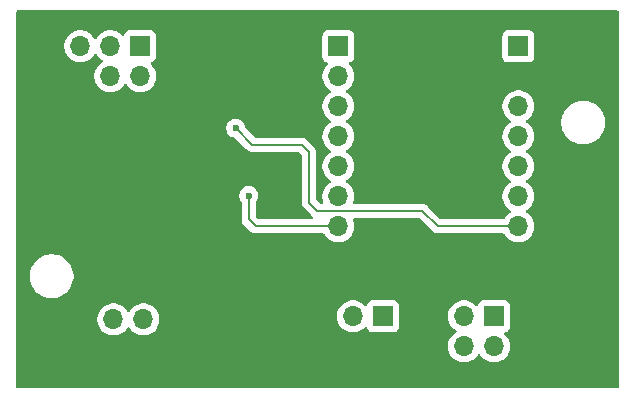
<source format=gbr>
%TF.GenerationSoftware,KiCad,Pcbnew,9.0.0*%
%TF.CreationDate,2025-05-03T14:05:23-04:00*%
%TF.ProjectId,Drone_ESC_Bridge,44726f6e-655f-4455-9343-5f4272696467,v1.1*%
%TF.SameCoordinates,Original*%
%TF.FileFunction,Copper,L2,Bot*%
%TF.FilePolarity,Positive*%
%FSLAX46Y46*%
G04 Gerber Fmt 4.6, Leading zero omitted, Abs format (unit mm)*
G04 Created by KiCad (PCBNEW 9.0.0) date 2025-05-03 14:05:23*
%MOMM*%
%LPD*%
G01*
G04 APERTURE LIST*
%TA.AperFunction,ComponentPad*%
%ADD10R,1.700000X1.700000*%
%TD*%
%TA.AperFunction,ComponentPad*%
%ADD11O,1.700000X1.700000*%
%TD*%
%TA.AperFunction,ViaPad*%
%ADD12C,0.600000*%
%TD*%
%TA.AperFunction,Conductor*%
%ADD13C,0.200000*%
%TD*%
G04 APERTURE END LIST*
D10*
%TO.P,SPI1,1,Pin_1*%
%TO.N,Net-(SPI1-Pin_1)*%
X153175000Y-129625000D03*
D11*
%TO.P,SPI1,2,Pin_2*%
%TO.N,Net-(SPI1-Pin_2)*%
X153175000Y-132165000D03*
%TO.P,SPI1,3,Pin_3*%
%TO.N,Net-(SPI1-Pin_3)*%
X150635000Y-129625000D03*
%TO.P,SPI1,4,Pin_4*%
%TO.N,Net-(SPI1-Pin_4)*%
X150635000Y-132165000D03*
%TD*%
D10*
%TO.P,JETSON_PWR1,1,Pin_1*%
%TO.N,+5V*%
X143775000Y-129625000D03*
D11*
%TO.P,JETSON_PWR1,2,Pin_2*%
%TO.N,GND*%
X143775000Y-132165000D03*
%TO.P,JETSON_PWR1,3,Pin_3*%
%TO.N,+5V*%
X141235000Y-129625000D03*
%TO.P,JETSON_PWR1,4,Pin_4*%
%TO.N,GND*%
X141235000Y-132165000D03*
%TD*%
D10*
%TO.P,VBUCK1,1,Pin_1*%
%TO.N,GND*%
X123495000Y-132419000D03*
D11*
%TO.P,VBUCK1,2,Pin_2*%
X120955000Y-132419000D03*
%TO.P,VBUCK1,3,Pin_3*%
%TO.N,Net-(Q1-S)*%
X123495000Y-129879000D03*
%TO.P,VBUCK1,4,Pin_4*%
X120955000Y-129879000D03*
%TD*%
D10*
%TO.P,ESC_DEBUG1,1,Pin_1*%
%TO.N,Net-(ESC1-Pin_6)*%
X123221000Y-106755000D03*
D11*
%TO.P,ESC_DEBUG1,2,Pin_2*%
%TO.N,Net-(ESC1-Pin_5)*%
X123221000Y-109295000D03*
%TO.P,ESC_DEBUG1,3,Pin_3*%
%TO.N,Net-(ESC1-Pin_8)*%
X120681000Y-106755000D03*
%TO.P,ESC_DEBUG1,4,Pin_4*%
%TO.N,Net-(ESC1-Pin_7)*%
X120681000Y-109295000D03*
%TO.P,ESC_DEBUG1,5,Pin_5*%
%TO.N,Net-(ESC1-Pin_1)*%
X118141000Y-106755000D03*
%TO.P,ESC_DEBUG1,6,Pin_6*%
%TO.N,GND*%
X118141000Y-109295000D03*
%TD*%
D10*
%TO.P,XIAO_L1,1,Pin_1*%
%TO.N,Net-(ESC1-Pin_8)*%
X140000000Y-106760000D03*
D11*
%TO.P,XIAO_L1,2,Pin_2*%
%TO.N,Net-(SPI1-Pin_3)*%
X140000000Y-109300000D03*
%TO.P,XIAO_L1,3,Pin_3*%
%TO.N,Net-(ESC1-Pin_7)*%
X140000000Y-111840000D03*
%TO.P,XIAO_L1,4,Pin_4*%
%TO.N,Net-(ESC1-Pin_6)*%
X140000000Y-114380000D03*
%TO.P,XIAO_L1,5,Pin_5*%
%TO.N,Net-(ESC1-Pin_5)*%
X140000000Y-116920000D03*
%TO.P,XIAO_L1,6,Pin_6*%
%TO.N,Net-(ESC1-Pin_4)*%
X140000000Y-119460000D03*
%TO.P,XIAO_L1,7,Pin_7*%
%TO.N,VSENSE*%
X140000000Y-122000000D03*
%TD*%
D10*
%TO.P,XIAO_R1,1,Pin_1*%
%TO.N,+5V*%
X155240000Y-106760000D03*
D11*
%TO.P,XIAO_R1,2,Pin_2*%
%TO.N,GND*%
X155240000Y-109300000D03*
%TO.P,XIAO_R1,3,Pin_3*%
%TO.N,unconnected-(XIAO_R1-Pin_3-Pad3)*%
X155240000Y-111840000D03*
%TO.P,XIAO_R1,4,Pin_4*%
%TO.N,Net-(SPI1-Pin_4)*%
X155240000Y-114380000D03*
%TO.P,XIAO_R1,5,Pin_5*%
%TO.N,Net-(SPI1-Pin_1)*%
X155240000Y-116920000D03*
%TO.P,XIAO_R1,6,Pin_6*%
%TO.N,Net-(SPI1-Pin_2)*%
X155240000Y-119460000D03*
%TO.P,XIAO_R1,7,Pin_7*%
%TO.N,Net-(XIAO_R1-Pin_7)*%
X155240000Y-122000000D03*
%TD*%
D12*
%TO.N,GND*%
X158600000Y-108700000D03*
X124752000Y-132914000D03*
X124752000Y-131898000D03*
X118500000Y-122800000D03*
X117000000Y-122200000D03*
X133700000Y-133800000D03*
X119672000Y-131898000D03*
X123990000Y-133676000D03*
X119700000Y-122100000D03*
X147100000Y-131500000D03*
X129600000Y-110900000D03*
X137900000Y-131500000D03*
X158600000Y-109500000D03*
X131300000Y-131200000D03*
X122974000Y-133676000D03*
X137900000Y-132400000D03*
X133700000Y-132500000D03*
X118900000Y-122100000D03*
X136300000Y-118500000D03*
X147100000Y-132400000D03*
X138700000Y-132700000D03*
X119672000Y-132914000D03*
X157780000Y-109800000D03*
X133700000Y-131200000D03*
X131300000Y-133800000D03*
X131300000Y-132500000D03*
X130086000Y-117166000D03*
X136300000Y-117800000D03*
X120434000Y-133676000D03*
X118500000Y-123700000D03*
X146300000Y-132700000D03*
X117800000Y-122200000D03*
X121450000Y-133676000D03*
X127800000Y-110900000D03*
%TO.N,VSENSE*%
X132400000Y-119400000D03*
%TO.N,Net-(XIAO_R1-Pin_7)*%
X131300000Y-113700000D03*
%TD*%
D13*
%TO.N,VSENSE*%
X132400000Y-119400000D02*
X132400000Y-121400000D01*
X133000000Y-122000000D02*
X140000000Y-122000000D01*
X132400000Y-121400000D02*
X133000000Y-122000000D01*
%TO.N,Net-(XIAO_R1-Pin_7)*%
X138200000Y-120700000D02*
X147100000Y-120700000D01*
X137500000Y-115700000D02*
X137500000Y-120000000D01*
X137500000Y-120000000D02*
X138200000Y-120700000D01*
X132700000Y-115100000D02*
X136900000Y-115100000D01*
X131300000Y-113700000D02*
X132700000Y-115100000D01*
X147100000Y-120700000D02*
X148400000Y-122000000D01*
X136900000Y-115100000D02*
X137500000Y-115700000D01*
X148400000Y-122000000D02*
X155240000Y-122000000D01*
%TD*%
%TA.AperFunction,Conductor*%
%TO.N,GND*%
G36*
X163672539Y-103738185D02*
G01*
X163718294Y-103790989D01*
X163729500Y-103842500D01*
X163729500Y-135593500D01*
X163709815Y-135660539D01*
X163657011Y-135706294D01*
X163605500Y-135717500D01*
X112854500Y-135717500D01*
X112787461Y-135697815D01*
X112741706Y-135645011D01*
X112730500Y-135593500D01*
X112730500Y-129772713D01*
X119604500Y-129772713D01*
X119604500Y-129985286D01*
X119629544Y-130143412D01*
X119637754Y-130195243D01*
X119682454Y-130332816D01*
X119703444Y-130397414D01*
X119799951Y-130586820D01*
X119924890Y-130758786D01*
X120075213Y-130909109D01*
X120247179Y-131034048D01*
X120247181Y-131034049D01*
X120247184Y-131034051D01*
X120436588Y-131130557D01*
X120638757Y-131196246D01*
X120848713Y-131229500D01*
X120848714Y-131229500D01*
X121061286Y-131229500D01*
X121061287Y-131229500D01*
X121271243Y-131196246D01*
X121473412Y-131130557D01*
X121662816Y-131034051D01*
X121743405Y-130975500D01*
X121834786Y-130909109D01*
X121834788Y-130909106D01*
X121834792Y-130909104D01*
X121985104Y-130758792D01*
X121985106Y-130758788D01*
X121985109Y-130758786D01*
X122110048Y-130586820D01*
X122110047Y-130586820D01*
X122110051Y-130586816D01*
X122114514Y-130578054D01*
X122162488Y-130527259D01*
X122230308Y-130510463D01*
X122296444Y-130532999D01*
X122335486Y-130578056D01*
X122339951Y-130586820D01*
X122464890Y-130758786D01*
X122615213Y-130909109D01*
X122787179Y-131034048D01*
X122787181Y-131034049D01*
X122787184Y-131034051D01*
X122976588Y-131130557D01*
X123178757Y-131196246D01*
X123388713Y-131229500D01*
X123388714Y-131229500D01*
X123601286Y-131229500D01*
X123601287Y-131229500D01*
X123811243Y-131196246D01*
X124013412Y-131130557D01*
X124202816Y-131034051D01*
X124283405Y-130975500D01*
X124374786Y-130909109D01*
X124374788Y-130909106D01*
X124374792Y-130909104D01*
X124525104Y-130758792D01*
X124525106Y-130758788D01*
X124525109Y-130758786D01*
X124650048Y-130586820D01*
X124650047Y-130586820D01*
X124650051Y-130586816D01*
X124746557Y-130397412D01*
X124812246Y-130195243D01*
X124845500Y-129985287D01*
X124845500Y-129772713D01*
X124812246Y-129562757D01*
X124797935Y-129518713D01*
X139884500Y-129518713D01*
X139884500Y-129731286D01*
X139917753Y-129941239D01*
X139983444Y-130143414D01*
X140079951Y-130332820D01*
X140204890Y-130504786D01*
X140355213Y-130655109D01*
X140527179Y-130780048D01*
X140527181Y-130780049D01*
X140527184Y-130780051D01*
X140716588Y-130876557D01*
X140918757Y-130942246D01*
X141128713Y-130975500D01*
X141128714Y-130975500D01*
X141341286Y-130975500D01*
X141341287Y-130975500D01*
X141551243Y-130942246D01*
X141753412Y-130876557D01*
X141942816Y-130780051D01*
X142114792Y-130655104D01*
X142228329Y-130541566D01*
X142289648Y-130508084D01*
X142359340Y-130513068D01*
X142415274Y-130554939D01*
X142432189Y-130585917D01*
X142481202Y-130717328D01*
X142481206Y-130717335D01*
X142567452Y-130832544D01*
X142567455Y-130832547D01*
X142682664Y-130918793D01*
X142682671Y-130918797D01*
X142817517Y-130969091D01*
X142817516Y-130969091D01*
X142824444Y-130969835D01*
X142877127Y-130975500D01*
X144672872Y-130975499D01*
X144732483Y-130969091D01*
X144867331Y-130918796D01*
X144982546Y-130832546D01*
X145068796Y-130717331D01*
X145119091Y-130582483D01*
X145125500Y-130522873D01*
X145125499Y-129518713D01*
X149284500Y-129518713D01*
X149284500Y-129731286D01*
X149317753Y-129941239D01*
X149383444Y-130143414D01*
X149479951Y-130332820D01*
X149604890Y-130504786D01*
X149755213Y-130655109D01*
X149927182Y-130780050D01*
X149935946Y-130784516D01*
X149986742Y-130832491D01*
X150003536Y-130900312D01*
X149980998Y-130966447D01*
X149935946Y-131005484D01*
X149927182Y-131009949D01*
X149755213Y-131134890D01*
X149604890Y-131285213D01*
X149479951Y-131457179D01*
X149383444Y-131646585D01*
X149317753Y-131848760D01*
X149284500Y-132058713D01*
X149284500Y-132271286D01*
X149317753Y-132481239D01*
X149383444Y-132683414D01*
X149479951Y-132872820D01*
X149604890Y-133044786D01*
X149755213Y-133195109D01*
X149927179Y-133320048D01*
X149927181Y-133320049D01*
X149927184Y-133320051D01*
X150116588Y-133416557D01*
X150318757Y-133482246D01*
X150528713Y-133515500D01*
X150528714Y-133515500D01*
X150741286Y-133515500D01*
X150741287Y-133515500D01*
X150951243Y-133482246D01*
X151153412Y-133416557D01*
X151342816Y-133320051D01*
X151364789Y-133304086D01*
X151514786Y-133195109D01*
X151514788Y-133195106D01*
X151514792Y-133195104D01*
X151665104Y-133044792D01*
X151665106Y-133044788D01*
X151665109Y-133044786D01*
X151790048Y-132872820D01*
X151790047Y-132872820D01*
X151790051Y-132872816D01*
X151794514Y-132864054D01*
X151842488Y-132813259D01*
X151910308Y-132796463D01*
X151976444Y-132818999D01*
X152015486Y-132864056D01*
X152019951Y-132872820D01*
X152144890Y-133044786D01*
X152295213Y-133195109D01*
X152467179Y-133320048D01*
X152467181Y-133320049D01*
X152467184Y-133320051D01*
X152656588Y-133416557D01*
X152858757Y-133482246D01*
X153068713Y-133515500D01*
X153068714Y-133515500D01*
X153281286Y-133515500D01*
X153281287Y-133515500D01*
X153491243Y-133482246D01*
X153693412Y-133416557D01*
X153882816Y-133320051D01*
X153904789Y-133304086D01*
X154054786Y-133195109D01*
X154054788Y-133195106D01*
X154054792Y-133195104D01*
X154205104Y-133044792D01*
X154205106Y-133044788D01*
X154205109Y-133044786D01*
X154330048Y-132872820D01*
X154330047Y-132872820D01*
X154330051Y-132872816D01*
X154426557Y-132683412D01*
X154492246Y-132481243D01*
X154525500Y-132271287D01*
X154525500Y-132058713D01*
X154492246Y-131848757D01*
X154426557Y-131646588D01*
X154330051Y-131457184D01*
X154330049Y-131457181D01*
X154330048Y-131457179D01*
X154205109Y-131285213D01*
X154091569Y-131171673D01*
X154058084Y-131110350D01*
X154063068Y-131040658D01*
X154104940Y-130984725D01*
X154135915Y-130967810D01*
X154267331Y-130918796D01*
X154382546Y-130832546D01*
X154468796Y-130717331D01*
X154519091Y-130582483D01*
X154525500Y-130522873D01*
X154525499Y-128727128D01*
X154519091Y-128667517D01*
X154517810Y-128664083D01*
X154468797Y-128532671D01*
X154468793Y-128532664D01*
X154382547Y-128417455D01*
X154382544Y-128417452D01*
X154267335Y-128331206D01*
X154267328Y-128331202D01*
X154132482Y-128280908D01*
X154132483Y-128280908D01*
X154072883Y-128274501D01*
X154072881Y-128274500D01*
X154072873Y-128274500D01*
X154072864Y-128274500D01*
X152277129Y-128274500D01*
X152277123Y-128274501D01*
X152217516Y-128280908D01*
X152082671Y-128331202D01*
X152082664Y-128331206D01*
X151967455Y-128417452D01*
X151967452Y-128417455D01*
X151881206Y-128532664D01*
X151881203Y-128532669D01*
X151832189Y-128664083D01*
X151790317Y-128720016D01*
X151724853Y-128744433D01*
X151656580Y-128729581D01*
X151628326Y-128708430D01*
X151514786Y-128594890D01*
X151342820Y-128469951D01*
X151153414Y-128373444D01*
X151153413Y-128373443D01*
X151153412Y-128373443D01*
X150951243Y-128307754D01*
X150951241Y-128307753D01*
X150951240Y-128307753D01*
X150789957Y-128282208D01*
X150741287Y-128274500D01*
X150528713Y-128274500D01*
X150480042Y-128282208D01*
X150318760Y-128307753D01*
X150116585Y-128373444D01*
X149927179Y-128469951D01*
X149755213Y-128594890D01*
X149604890Y-128745213D01*
X149479951Y-128917179D01*
X149383444Y-129106585D01*
X149317753Y-129308760D01*
X149284500Y-129518713D01*
X145125499Y-129518713D01*
X145125499Y-128727128D01*
X145119091Y-128667517D01*
X145117810Y-128664083D01*
X145068797Y-128532671D01*
X145068793Y-128532664D01*
X144982547Y-128417455D01*
X144982544Y-128417452D01*
X144867335Y-128331206D01*
X144867328Y-128331202D01*
X144732482Y-128280908D01*
X144732483Y-128280908D01*
X144672883Y-128274501D01*
X144672881Y-128274500D01*
X144672873Y-128274500D01*
X144672864Y-128274500D01*
X142877129Y-128274500D01*
X142877123Y-128274501D01*
X142817516Y-128280908D01*
X142682671Y-128331202D01*
X142682664Y-128331206D01*
X142567455Y-128417452D01*
X142567452Y-128417455D01*
X142481206Y-128532664D01*
X142481203Y-128532669D01*
X142432189Y-128664083D01*
X142390317Y-128720016D01*
X142324853Y-128744433D01*
X142256580Y-128729581D01*
X142228326Y-128708430D01*
X142114786Y-128594890D01*
X141942820Y-128469951D01*
X141753414Y-128373444D01*
X141753413Y-128373443D01*
X141753412Y-128373443D01*
X141551243Y-128307754D01*
X141551241Y-128307753D01*
X141551240Y-128307753D01*
X141389957Y-128282208D01*
X141341287Y-128274500D01*
X141128713Y-128274500D01*
X141080042Y-128282208D01*
X140918760Y-128307753D01*
X140716585Y-128373444D01*
X140527179Y-128469951D01*
X140355213Y-128594890D01*
X140204890Y-128745213D01*
X140079951Y-128917179D01*
X139983444Y-129106585D01*
X139917753Y-129308760D01*
X139884500Y-129518713D01*
X124797935Y-129518713D01*
X124746557Y-129360588D01*
X124650051Y-129171184D01*
X124650049Y-129171181D01*
X124650048Y-129171179D01*
X124525109Y-128999213D01*
X124374786Y-128848890D01*
X124202820Y-128723951D01*
X124013414Y-128627444D01*
X124013413Y-128627443D01*
X124013412Y-128627443D01*
X123811243Y-128561754D01*
X123811241Y-128561753D01*
X123811240Y-128561753D01*
X123627621Y-128532671D01*
X123601287Y-128528500D01*
X123388713Y-128528500D01*
X123362379Y-128532671D01*
X123178760Y-128561753D01*
X122976585Y-128627444D01*
X122787179Y-128723951D01*
X122615213Y-128848890D01*
X122464890Y-128999213D01*
X122339949Y-129171182D01*
X122335484Y-129179946D01*
X122287509Y-129230742D01*
X122219688Y-129247536D01*
X122153553Y-129224998D01*
X122114516Y-129179946D01*
X122110050Y-129171182D01*
X121985109Y-128999213D01*
X121834786Y-128848890D01*
X121662820Y-128723951D01*
X121473414Y-128627444D01*
X121473413Y-128627443D01*
X121473412Y-128627443D01*
X121271243Y-128561754D01*
X121271241Y-128561753D01*
X121271240Y-128561753D01*
X121087621Y-128532671D01*
X121061287Y-128528500D01*
X120848713Y-128528500D01*
X120822379Y-128532671D01*
X120638760Y-128561753D01*
X120436585Y-128627444D01*
X120247179Y-128723951D01*
X120075213Y-128848890D01*
X119924890Y-128999213D01*
X119799951Y-129171179D01*
X119703444Y-129360585D01*
X119637753Y-129562760D01*
X119604500Y-129772713D01*
X112730500Y-129772713D01*
X112730500Y-126096711D01*
X113879500Y-126096711D01*
X113879500Y-126339288D01*
X113911161Y-126579785D01*
X113973947Y-126814104D01*
X114066773Y-127038205D01*
X114066776Y-127038212D01*
X114188064Y-127248289D01*
X114188066Y-127248292D01*
X114188067Y-127248293D01*
X114335733Y-127440736D01*
X114335739Y-127440743D01*
X114507256Y-127612260D01*
X114507262Y-127612265D01*
X114699711Y-127759936D01*
X114909788Y-127881224D01*
X115133900Y-127974054D01*
X115368211Y-128036838D01*
X115548586Y-128060584D01*
X115608711Y-128068500D01*
X115608712Y-128068500D01*
X115851289Y-128068500D01*
X115899388Y-128062167D01*
X116091789Y-128036838D01*
X116326100Y-127974054D01*
X116550212Y-127881224D01*
X116760289Y-127759936D01*
X116952738Y-127612265D01*
X117124265Y-127440738D01*
X117271936Y-127248289D01*
X117393224Y-127038212D01*
X117486054Y-126814100D01*
X117548838Y-126579789D01*
X117580500Y-126339288D01*
X117580500Y-126096712D01*
X117548838Y-125856211D01*
X117486054Y-125621900D01*
X117393224Y-125397788D01*
X117271936Y-125187711D01*
X117124265Y-124995262D01*
X117124260Y-124995256D01*
X116952743Y-124823739D01*
X116952736Y-124823733D01*
X116760293Y-124676067D01*
X116760292Y-124676066D01*
X116760289Y-124676064D01*
X116550212Y-124554776D01*
X116550205Y-124554773D01*
X116326104Y-124461947D01*
X116091785Y-124399161D01*
X115851289Y-124367500D01*
X115851288Y-124367500D01*
X115608712Y-124367500D01*
X115608711Y-124367500D01*
X115368214Y-124399161D01*
X115133895Y-124461947D01*
X114909794Y-124554773D01*
X114909785Y-124554777D01*
X114699706Y-124676067D01*
X114507263Y-124823733D01*
X114507256Y-124823739D01*
X114335739Y-124995256D01*
X114335733Y-124995263D01*
X114188067Y-125187706D01*
X114066777Y-125397785D01*
X114066773Y-125397794D01*
X113973947Y-125621895D01*
X113911161Y-125856214D01*
X113879500Y-126096711D01*
X112730500Y-126096711D01*
X112730500Y-113621153D01*
X130499500Y-113621153D01*
X130499500Y-113778846D01*
X130530261Y-113933489D01*
X130530264Y-113933501D01*
X130590602Y-114079172D01*
X130590609Y-114079185D01*
X130678210Y-114210288D01*
X130678213Y-114210292D01*
X130789707Y-114321786D01*
X130789711Y-114321789D01*
X130920814Y-114409390D01*
X130920827Y-114409397D01*
X131050675Y-114463181D01*
X131066503Y-114469737D01*
X131131147Y-114482595D01*
X131221849Y-114500638D01*
X131283760Y-114533023D01*
X131285339Y-114534574D01*
X132215139Y-115464374D01*
X132215149Y-115464385D01*
X132219479Y-115468715D01*
X132219480Y-115468716D01*
X132331284Y-115580520D01*
X132401294Y-115620939D01*
X132418095Y-115630639D01*
X132418097Y-115630641D01*
X132442434Y-115644692D01*
X132468215Y-115659577D01*
X132620943Y-115700501D01*
X132620946Y-115700501D01*
X132786653Y-115700501D01*
X132786669Y-115700500D01*
X136599903Y-115700500D01*
X136629343Y-115709144D01*
X136659330Y-115715668D01*
X136664345Y-115719422D01*
X136666942Y-115720185D01*
X136687584Y-115736819D01*
X136863181Y-115912416D01*
X136896666Y-115973739D01*
X136899500Y-116000097D01*
X136899500Y-119913330D01*
X136899499Y-119913348D01*
X136899499Y-120079054D01*
X136899498Y-120079054D01*
X136940423Y-120231785D01*
X136969358Y-120281900D01*
X136969359Y-120281904D01*
X136969360Y-120281904D01*
X137019479Y-120368714D01*
X137019481Y-120368717D01*
X137138349Y-120487585D01*
X137138355Y-120487590D01*
X137719478Y-121068713D01*
X137719480Y-121068716D01*
X137831284Y-121180520D01*
X137832337Y-121181128D01*
X137838887Y-121187653D01*
X137851996Y-121211552D01*
X137868067Y-121233569D01*
X137868552Y-121241736D01*
X137872488Y-121248912D01*
X137870594Y-121276106D01*
X137872212Y-121303316D01*
X137868204Y-121310450D01*
X137867636Y-121318613D01*
X137851341Y-121340465D01*
X137837991Y-121364231D01*
X137830762Y-121368065D01*
X137825871Y-121374626D01*
X137800349Y-121384200D01*
X137776269Y-121396975D01*
X137762601Y-121398361D01*
X137760453Y-121399167D01*
X137758597Y-121398767D01*
X137751372Y-121399500D01*
X133300097Y-121399500D01*
X133233058Y-121379815D01*
X133212416Y-121363181D01*
X133036819Y-121187584D01*
X133003334Y-121126261D01*
X133000500Y-121099903D01*
X133000500Y-119979765D01*
X133020185Y-119912726D01*
X133021398Y-119910874D01*
X133109390Y-119779185D01*
X133109390Y-119779184D01*
X133109394Y-119779179D01*
X133169737Y-119633497D01*
X133200500Y-119478842D01*
X133200500Y-119321158D01*
X133200500Y-119321155D01*
X133200499Y-119321153D01*
X133169738Y-119166510D01*
X133169737Y-119166503D01*
X133160317Y-119143760D01*
X133109397Y-119020827D01*
X133109390Y-119020814D01*
X133021789Y-118889711D01*
X133021786Y-118889707D01*
X132910292Y-118778213D01*
X132910288Y-118778210D01*
X132779185Y-118690609D01*
X132779172Y-118690602D01*
X132633501Y-118630264D01*
X132633489Y-118630261D01*
X132478845Y-118599500D01*
X132478842Y-118599500D01*
X132321158Y-118599500D01*
X132321155Y-118599500D01*
X132166510Y-118630261D01*
X132166498Y-118630264D01*
X132020827Y-118690602D01*
X132020814Y-118690609D01*
X131889711Y-118778210D01*
X131889707Y-118778213D01*
X131778213Y-118889707D01*
X131778210Y-118889711D01*
X131690609Y-119020814D01*
X131690602Y-119020827D01*
X131630264Y-119166498D01*
X131630261Y-119166510D01*
X131599500Y-119321153D01*
X131599500Y-119478846D01*
X131630261Y-119633489D01*
X131630264Y-119633501D01*
X131690602Y-119779172D01*
X131690609Y-119779185D01*
X131778602Y-119910874D01*
X131799480Y-119977551D01*
X131799500Y-119979765D01*
X131799500Y-121313330D01*
X131799499Y-121313348D01*
X131799499Y-121479054D01*
X131799498Y-121479054D01*
X131840423Y-121631785D01*
X131869358Y-121681900D01*
X131869359Y-121681904D01*
X131869360Y-121681904D01*
X131919479Y-121768714D01*
X131919481Y-121768717D01*
X132038349Y-121887585D01*
X132038355Y-121887590D01*
X132515139Y-122364374D01*
X132515149Y-122364385D01*
X132519479Y-122368715D01*
X132519480Y-122368716D01*
X132631284Y-122480520D01*
X132696917Y-122518412D01*
X132718095Y-122530639D01*
X132718097Y-122530641D01*
X132756151Y-122552611D01*
X132768215Y-122559577D01*
X132920943Y-122600500D01*
X133079057Y-122600500D01*
X138714281Y-122600500D01*
X138781320Y-122620185D01*
X138824765Y-122668205D01*
X138844947Y-122707814D01*
X138844948Y-122707815D01*
X138969890Y-122879786D01*
X139120213Y-123030109D01*
X139292179Y-123155048D01*
X139292181Y-123155049D01*
X139292184Y-123155051D01*
X139481588Y-123251557D01*
X139683757Y-123317246D01*
X139893713Y-123350500D01*
X139893714Y-123350500D01*
X140106286Y-123350500D01*
X140106287Y-123350500D01*
X140316243Y-123317246D01*
X140518412Y-123251557D01*
X140707816Y-123155051D01*
X140729789Y-123139086D01*
X140879786Y-123030109D01*
X140879788Y-123030106D01*
X140879792Y-123030104D01*
X141030104Y-122879792D01*
X141030106Y-122879788D01*
X141030109Y-122879786D01*
X141155048Y-122707820D01*
X141155047Y-122707820D01*
X141155051Y-122707816D01*
X141251557Y-122518412D01*
X141317246Y-122316243D01*
X141350500Y-122106287D01*
X141350500Y-121893713D01*
X141317246Y-121683757D01*
X141251557Y-121481588D01*
X141251555Y-121481585D01*
X141251555Y-121481583D01*
X141251154Y-121480796D01*
X141251091Y-121480463D01*
X141249690Y-121477079D01*
X141250400Y-121476784D01*
X141238257Y-121412127D01*
X141264532Y-121347387D01*
X141321638Y-121307129D01*
X141361638Y-121300500D01*
X146799903Y-121300500D01*
X146866942Y-121320185D01*
X146887583Y-121336818D01*
X148031284Y-122480520D01*
X148031286Y-122480521D01*
X148031290Y-122480524D01*
X148168209Y-122559573D01*
X148168212Y-122559575D01*
X148168216Y-122559577D01*
X148320943Y-122600501D01*
X148320945Y-122600501D01*
X148486654Y-122600501D01*
X148486670Y-122600500D01*
X153954281Y-122600500D01*
X154021320Y-122620185D01*
X154064765Y-122668205D01*
X154084947Y-122707814D01*
X154084948Y-122707815D01*
X154209890Y-122879786D01*
X154360213Y-123030109D01*
X154532179Y-123155048D01*
X154532181Y-123155049D01*
X154532184Y-123155051D01*
X154721588Y-123251557D01*
X154923757Y-123317246D01*
X155133713Y-123350500D01*
X155133714Y-123350500D01*
X155346286Y-123350500D01*
X155346287Y-123350500D01*
X155556243Y-123317246D01*
X155758412Y-123251557D01*
X155947816Y-123155051D01*
X155969789Y-123139086D01*
X156119786Y-123030109D01*
X156119788Y-123030106D01*
X156119792Y-123030104D01*
X156270104Y-122879792D01*
X156270106Y-122879788D01*
X156270109Y-122879786D01*
X156395048Y-122707820D01*
X156395047Y-122707820D01*
X156395051Y-122707816D01*
X156491557Y-122518412D01*
X156557246Y-122316243D01*
X156590500Y-122106287D01*
X156590500Y-121893713D01*
X156557246Y-121683757D01*
X156491557Y-121481588D01*
X156395051Y-121292184D01*
X156395049Y-121292181D01*
X156395048Y-121292179D01*
X156270109Y-121120213D01*
X156119786Y-120969890D01*
X155947820Y-120844951D01*
X155947115Y-120844591D01*
X155939054Y-120840485D01*
X155888259Y-120792512D01*
X155871463Y-120724692D01*
X155893999Y-120658556D01*
X155939054Y-120619515D01*
X155947816Y-120615051D01*
X155969789Y-120599086D01*
X156119786Y-120490109D01*
X156119788Y-120490106D01*
X156119792Y-120490104D01*
X156270104Y-120339792D01*
X156270106Y-120339788D01*
X156270109Y-120339786D01*
X156395048Y-120167820D01*
X156395047Y-120167820D01*
X156395051Y-120167816D01*
X156491557Y-119978412D01*
X156557246Y-119776243D01*
X156590500Y-119566287D01*
X156590500Y-119353713D01*
X156557246Y-119143757D01*
X156491557Y-118941588D01*
X156395051Y-118752184D01*
X156395049Y-118752181D01*
X156395048Y-118752179D01*
X156270109Y-118580213D01*
X156119786Y-118429890D01*
X155947820Y-118304951D01*
X155947115Y-118304591D01*
X155939054Y-118300485D01*
X155888259Y-118252512D01*
X155871463Y-118184692D01*
X155893999Y-118118556D01*
X155939054Y-118079515D01*
X155947816Y-118075051D01*
X155969789Y-118059086D01*
X156119786Y-117950109D01*
X156119788Y-117950106D01*
X156119792Y-117950104D01*
X156270104Y-117799792D01*
X156270106Y-117799788D01*
X156270109Y-117799786D01*
X156395048Y-117627820D01*
X156395047Y-117627820D01*
X156395051Y-117627816D01*
X156491557Y-117438412D01*
X156557246Y-117236243D01*
X156590500Y-117026287D01*
X156590500Y-116813713D01*
X156557246Y-116603757D01*
X156491557Y-116401588D01*
X156395051Y-116212184D01*
X156395049Y-116212181D01*
X156395048Y-116212179D01*
X156270109Y-116040213D01*
X156119786Y-115889890D01*
X155947820Y-115764951D01*
X155947115Y-115764591D01*
X155939054Y-115760485D01*
X155888259Y-115712512D01*
X155871463Y-115644692D01*
X155893999Y-115578556D01*
X155939054Y-115539515D01*
X155947816Y-115535051D01*
X156039809Y-115468215D01*
X156119786Y-115410109D01*
X156119792Y-115410104D01*
X156119794Y-115410102D01*
X156270104Y-115259792D01*
X156270106Y-115259788D01*
X156270109Y-115259786D01*
X156395048Y-115087820D01*
X156395047Y-115087820D01*
X156395051Y-115087816D01*
X156491557Y-114898412D01*
X156557246Y-114696243D01*
X156590500Y-114486287D01*
X156590500Y-114273713D01*
X156557246Y-114063757D01*
X156491557Y-113861588D01*
X156395051Y-113672184D01*
X156395049Y-113672181D01*
X156395048Y-113672179D01*
X156270109Y-113500213D01*
X156119786Y-113349890D01*
X155947820Y-113224951D01*
X155947115Y-113224591D01*
X155939054Y-113220485D01*
X155932896Y-113214668D01*
X155924853Y-113212011D01*
X155907876Y-113191039D01*
X155888259Y-113172512D01*
X155886222Y-113164289D01*
X155880892Y-113157704D01*
X155877948Y-113130879D01*
X155871463Y-113104692D01*
X155874182Y-113096711D01*
X158879500Y-113096711D01*
X158879500Y-113339288D01*
X158911161Y-113579785D01*
X158973947Y-113814104D01*
X159023403Y-113933501D01*
X159066776Y-114038212D01*
X159188064Y-114248289D01*
X159188066Y-114248292D01*
X159188067Y-114248293D01*
X159335733Y-114440736D01*
X159335739Y-114440743D01*
X159507256Y-114612260D01*
X159507262Y-114612265D01*
X159699711Y-114759936D01*
X159909788Y-114881224D01*
X160133900Y-114974054D01*
X160368211Y-115036838D01*
X160548586Y-115060584D01*
X160608711Y-115068500D01*
X160608712Y-115068500D01*
X160851289Y-115068500D01*
X160899388Y-115062167D01*
X161091789Y-115036838D01*
X161326100Y-114974054D01*
X161550212Y-114881224D01*
X161760289Y-114759936D01*
X161952738Y-114612265D01*
X162124265Y-114440738D01*
X162271936Y-114248289D01*
X162393224Y-114038212D01*
X162486054Y-113814100D01*
X162548838Y-113579789D01*
X162580500Y-113339288D01*
X162580500Y-113096712D01*
X162548838Y-112856211D01*
X162486054Y-112621900D01*
X162393224Y-112397788D01*
X162271936Y-112187711D01*
X162124265Y-111995262D01*
X162124260Y-111995256D01*
X161952743Y-111823739D01*
X161952736Y-111823733D01*
X161760293Y-111676067D01*
X161760292Y-111676066D01*
X161760289Y-111676064D01*
X161550212Y-111554776D01*
X161475333Y-111523760D01*
X161326104Y-111461947D01*
X161091785Y-111399161D01*
X160851289Y-111367500D01*
X160851288Y-111367500D01*
X160608712Y-111367500D01*
X160608711Y-111367500D01*
X160368214Y-111399161D01*
X160133895Y-111461947D01*
X159909794Y-111554773D01*
X159909785Y-111554777D01*
X159699706Y-111676067D01*
X159507263Y-111823733D01*
X159507256Y-111823739D01*
X159335739Y-111995256D01*
X159335733Y-111995263D01*
X159188067Y-112187706D01*
X159066777Y-112397785D01*
X159066773Y-112397794D01*
X158973947Y-112621895D01*
X158911161Y-112856214D01*
X158879500Y-113096711D01*
X155874182Y-113096711D01*
X155874195Y-113096674D01*
X155873271Y-113088252D01*
X155885295Y-113064097D01*
X155893999Y-113038556D01*
X155901445Y-113031657D01*
X155904409Y-113025704D01*
X155923216Y-113011487D01*
X155931841Y-113003497D01*
X155935370Y-113001392D01*
X155947816Y-112995051D01*
X155956112Y-112989024D01*
X156119786Y-112870109D01*
X156119788Y-112870106D01*
X156119792Y-112870104D01*
X156270104Y-112719792D01*
X156270106Y-112719788D01*
X156270109Y-112719786D01*
X156395048Y-112547820D01*
X156395047Y-112547820D01*
X156395051Y-112547816D01*
X156491557Y-112358412D01*
X156557246Y-112156243D01*
X156590500Y-111946287D01*
X156590500Y-111733713D01*
X156557246Y-111523757D01*
X156491557Y-111321588D01*
X156395051Y-111132184D01*
X156395049Y-111132181D01*
X156395048Y-111132179D01*
X156270109Y-110960213D01*
X156119786Y-110809890D01*
X155947820Y-110684951D01*
X155758414Y-110588444D01*
X155758413Y-110588443D01*
X155758412Y-110588443D01*
X155556243Y-110522754D01*
X155556241Y-110522753D01*
X155556240Y-110522753D01*
X155394957Y-110497208D01*
X155346287Y-110489500D01*
X155133713Y-110489500D01*
X155085042Y-110497208D01*
X154923760Y-110522753D01*
X154721585Y-110588444D01*
X154532179Y-110684951D01*
X154360213Y-110809890D01*
X154209890Y-110960213D01*
X154084951Y-111132179D01*
X153988444Y-111321585D01*
X153922753Y-111523760D01*
X153889500Y-111733713D01*
X153889500Y-111946286D01*
X153922753Y-112156239D01*
X153988444Y-112358414D01*
X154084951Y-112547820D01*
X154209890Y-112719786D01*
X154360213Y-112870109D01*
X154532182Y-112995050D01*
X154540946Y-112999516D01*
X154591742Y-113047491D01*
X154608536Y-113115312D01*
X154585998Y-113181447D01*
X154540946Y-113220484D01*
X154532182Y-113224949D01*
X154360213Y-113349890D01*
X154209890Y-113500213D01*
X154084951Y-113672179D01*
X153988444Y-113861585D01*
X153922753Y-114063760D01*
X153899545Y-114210289D01*
X153889500Y-114273713D01*
X153889500Y-114486287D01*
X153922754Y-114696243D01*
X153982858Y-114881224D01*
X153988444Y-114898414D01*
X154084951Y-115087820D01*
X154209890Y-115259786D01*
X154360213Y-115410109D01*
X154532182Y-115535050D01*
X154540946Y-115539516D01*
X154591742Y-115587491D01*
X154608536Y-115655312D01*
X154585998Y-115721447D01*
X154540946Y-115760484D01*
X154532182Y-115764949D01*
X154360213Y-115889890D01*
X154209890Y-116040213D01*
X154084951Y-116212179D01*
X153988444Y-116401585D01*
X153922753Y-116603760D01*
X153889500Y-116813713D01*
X153889500Y-117026286D01*
X153922753Y-117236239D01*
X153988444Y-117438414D01*
X154084951Y-117627820D01*
X154209890Y-117799786D01*
X154360213Y-117950109D01*
X154532182Y-118075050D01*
X154540946Y-118079516D01*
X154591742Y-118127491D01*
X154608536Y-118195312D01*
X154585998Y-118261447D01*
X154540946Y-118300484D01*
X154532182Y-118304949D01*
X154360213Y-118429890D01*
X154209890Y-118580213D01*
X154084951Y-118752179D01*
X153988444Y-118941585D01*
X153922753Y-119143760D01*
X153889500Y-119353713D01*
X153889500Y-119566286D01*
X153914837Y-119726261D01*
X153922754Y-119776243D01*
X153988163Y-119977551D01*
X153988444Y-119978414D01*
X154084951Y-120167820D01*
X154209890Y-120339786D01*
X154360213Y-120490109D01*
X154532182Y-120615050D01*
X154540946Y-120619516D01*
X154591742Y-120667491D01*
X154608536Y-120735312D01*
X154585998Y-120801447D01*
X154540946Y-120840484D01*
X154532182Y-120844949D01*
X154360213Y-120969890D01*
X154209890Y-121120213D01*
X154084948Y-121292184D01*
X154084947Y-121292185D01*
X154064765Y-121331795D01*
X154016791Y-121382591D01*
X153954281Y-121399500D01*
X148700098Y-121399500D01*
X148633059Y-121379815D01*
X148612417Y-121363181D01*
X147587590Y-120338355D01*
X147587588Y-120338352D01*
X147468717Y-120219481D01*
X147468712Y-120219477D01*
X147379231Y-120167816D01*
X147331785Y-120140423D01*
X147179057Y-120099499D01*
X147020943Y-120099499D01*
X147013347Y-120099499D01*
X147013331Y-120099500D01*
X141382884Y-120099500D01*
X141315845Y-120079815D01*
X141270090Y-120027011D01*
X141260146Y-119957853D01*
X141264951Y-119937187D01*
X141317246Y-119776243D01*
X141350500Y-119566287D01*
X141350500Y-119353713D01*
X141317246Y-119143757D01*
X141251557Y-118941588D01*
X141155051Y-118752184D01*
X141155049Y-118752181D01*
X141155048Y-118752179D01*
X141030109Y-118580213D01*
X140879786Y-118429890D01*
X140707820Y-118304951D01*
X140707115Y-118304591D01*
X140699054Y-118300485D01*
X140648259Y-118252512D01*
X140631463Y-118184692D01*
X140653999Y-118118556D01*
X140699054Y-118079515D01*
X140707816Y-118075051D01*
X140729789Y-118059086D01*
X140879786Y-117950109D01*
X140879788Y-117950106D01*
X140879792Y-117950104D01*
X141030104Y-117799792D01*
X141030106Y-117799788D01*
X141030109Y-117799786D01*
X141155048Y-117627820D01*
X141155047Y-117627820D01*
X141155051Y-117627816D01*
X141251557Y-117438412D01*
X141317246Y-117236243D01*
X141350500Y-117026287D01*
X141350500Y-116813713D01*
X141317246Y-116603757D01*
X141251557Y-116401588D01*
X141155051Y-116212184D01*
X141155049Y-116212181D01*
X141155048Y-116212179D01*
X141030109Y-116040213D01*
X140879786Y-115889890D01*
X140707820Y-115764951D01*
X140707115Y-115764591D01*
X140699054Y-115760485D01*
X140648259Y-115712512D01*
X140631463Y-115644692D01*
X140653999Y-115578556D01*
X140699054Y-115539515D01*
X140707816Y-115535051D01*
X140799809Y-115468215D01*
X140879786Y-115410109D01*
X140879792Y-115410104D01*
X140879794Y-115410102D01*
X141030104Y-115259792D01*
X141030106Y-115259788D01*
X141030109Y-115259786D01*
X141155048Y-115087820D01*
X141155047Y-115087820D01*
X141155051Y-115087816D01*
X141251557Y-114898412D01*
X141317246Y-114696243D01*
X141350500Y-114486287D01*
X141350500Y-114273713D01*
X141317246Y-114063757D01*
X141251557Y-113861588D01*
X141155051Y-113672184D01*
X141155049Y-113672181D01*
X141155048Y-113672179D01*
X141030109Y-113500213D01*
X140879786Y-113349890D01*
X140707820Y-113224951D01*
X140707115Y-113224591D01*
X140699054Y-113220485D01*
X140648259Y-113172512D01*
X140631463Y-113104692D01*
X140653999Y-113038556D01*
X140699054Y-112999515D01*
X140707816Y-112995051D01*
X140729789Y-112979086D01*
X140879786Y-112870109D01*
X140879788Y-112870106D01*
X140879792Y-112870104D01*
X141030104Y-112719792D01*
X141030106Y-112719788D01*
X141030109Y-112719786D01*
X141155048Y-112547820D01*
X141155047Y-112547820D01*
X141155051Y-112547816D01*
X141251557Y-112358412D01*
X141317246Y-112156243D01*
X141350500Y-111946287D01*
X141350500Y-111733713D01*
X141317246Y-111523757D01*
X141251557Y-111321588D01*
X141155051Y-111132184D01*
X141155049Y-111132181D01*
X141155048Y-111132179D01*
X141030109Y-110960213D01*
X140879786Y-110809890D01*
X140707820Y-110684951D01*
X140707115Y-110684591D01*
X140699054Y-110680485D01*
X140648259Y-110632512D01*
X140631463Y-110564692D01*
X140653999Y-110498556D01*
X140699054Y-110459515D01*
X140707816Y-110455051D01*
X140729789Y-110439086D01*
X140879786Y-110330109D01*
X140879788Y-110330106D01*
X140879792Y-110330104D01*
X141030104Y-110179792D01*
X141030106Y-110179788D01*
X141030109Y-110179786D01*
X141155048Y-110007820D01*
X141155047Y-110007820D01*
X141155051Y-110007816D01*
X141251557Y-109818412D01*
X141317246Y-109616243D01*
X141350500Y-109406287D01*
X141350500Y-109193713D01*
X141317246Y-108983757D01*
X141251557Y-108781588D01*
X141155051Y-108592184D01*
X141155049Y-108592181D01*
X141155048Y-108592179D01*
X141030109Y-108420213D01*
X140916569Y-108306673D01*
X140883084Y-108245350D01*
X140888068Y-108175658D01*
X140929940Y-108119725D01*
X140960915Y-108102810D01*
X141092331Y-108053796D01*
X141207546Y-107967546D01*
X141293796Y-107852331D01*
X141344091Y-107717483D01*
X141350500Y-107657873D01*
X141350499Y-105862135D01*
X153889500Y-105862135D01*
X153889500Y-107657870D01*
X153889501Y-107657876D01*
X153895908Y-107717483D01*
X153946202Y-107852328D01*
X153946206Y-107852335D01*
X154032452Y-107967544D01*
X154032455Y-107967547D01*
X154147664Y-108053793D01*
X154147671Y-108053797D01*
X154282517Y-108104091D01*
X154282516Y-108104091D01*
X154289444Y-108104835D01*
X154342127Y-108110500D01*
X156137872Y-108110499D01*
X156197483Y-108104091D01*
X156332331Y-108053796D01*
X156447546Y-107967546D01*
X156533796Y-107852331D01*
X156584091Y-107717483D01*
X156590500Y-107657873D01*
X156590499Y-105862128D01*
X156584091Y-105802517D01*
X156580945Y-105794083D01*
X156533797Y-105667671D01*
X156533793Y-105667664D01*
X156447547Y-105552455D01*
X156447544Y-105552452D01*
X156332335Y-105466206D01*
X156332328Y-105466202D01*
X156197482Y-105415908D01*
X156197483Y-105415908D01*
X156137883Y-105409501D01*
X156137881Y-105409500D01*
X156137873Y-105409500D01*
X156137864Y-105409500D01*
X154342129Y-105409500D01*
X154342123Y-105409501D01*
X154282516Y-105415908D01*
X154147671Y-105466202D01*
X154147664Y-105466206D01*
X154032455Y-105552452D01*
X154032452Y-105552455D01*
X153946206Y-105667664D01*
X153946202Y-105667671D01*
X153895908Y-105802517D01*
X153890037Y-105857128D01*
X153889501Y-105862123D01*
X153889500Y-105862135D01*
X141350499Y-105862135D01*
X141350499Y-105862128D01*
X141344091Y-105802517D01*
X141340945Y-105794083D01*
X141293797Y-105667671D01*
X141293793Y-105667664D01*
X141207547Y-105552455D01*
X141207544Y-105552452D01*
X141092335Y-105466206D01*
X141092328Y-105466202D01*
X140957482Y-105415908D01*
X140957483Y-105415908D01*
X140897883Y-105409501D01*
X140897881Y-105409500D01*
X140897873Y-105409500D01*
X140897864Y-105409500D01*
X139102129Y-105409500D01*
X139102123Y-105409501D01*
X139042516Y-105415908D01*
X138907671Y-105466202D01*
X138907664Y-105466206D01*
X138792455Y-105552452D01*
X138792452Y-105552455D01*
X138706206Y-105667664D01*
X138706202Y-105667671D01*
X138655908Y-105802517D01*
X138650037Y-105857128D01*
X138649501Y-105862123D01*
X138649500Y-105862135D01*
X138649500Y-107657870D01*
X138649501Y-107657876D01*
X138655908Y-107717483D01*
X138706202Y-107852328D01*
X138706206Y-107852335D01*
X138792452Y-107967544D01*
X138792455Y-107967547D01*
X138907664Y-108053793D01*
X138907671Y-108053797D01*
X139039082Y-108102810D01*
X139095016Y-108144681D01*
X139119433Y-108210145D01*
X139104582Y-108278418D01*
X139083431Y-108306673D01*
X138969889Y-108420215D01*
X138844951Y-108592179D01*
X138748444Y-108781585D01*
X138682753Y-108983760D01*
X138650292Y-109188713D01*
X138649500Y-109193713D01*
X138649500Y-109406287D01*
X138682754Y-109616243D01*
X138746818Y-109813412D01*
X138748444Y-109818414D01*
X138844951Y-110007820D01*
X138969890Y-110179786D01*
X139120213Y-110330109D01*
X139292182Y-110455050D01*
X139300946Y-110459516D01*
X139351742Y-110507491D01*
X139368536Y-110575312D01*
X139345998Y-110641447D01*
X139300946Y-110680484D01*
X139292182Y-110684949D01*
X139120213Y-110809890D01*
X138969890Y-110960213D01*
X138844951Y-111132179D01*
X138748444Y-111321585D01*
X138682753Y-111523760D01*
X138649500Y-111733713D01*
X138649500Y-111946286D01*
X138682753Y-112156239D01*
X138748444Y-112358414D01*
X138844951Y-112547820D01*
X138969890Y-112719786D01*
X139120213Y-112870109D01*
X139292182Y-112995050D01*
X139300946Y-112999516D01*
X139351742Y-113047491D01*
X139368536Y-113115312D01*
X139345998Y-113181447D01*
X139300946Y-113220484D01*
X139292182Y-113224949D01*
X139120213Y-113349890D01*
X138969890Y-113500213D01*
X138844951Y-113672179D01*
X138748444Y-113861585D01*
X138682753Y-114063760D01*
X138659545Y-114210289D01*
X138649500Y-114273713D01*
X138649500Y-114486287D01*
X138682754Y-114696243D01*
X138742858Y-114881224D01*
X138748444Y-114898414D01*
X138844951Y-115087820D01*
X138969890Y-115259786D01*
X139120213Y-115410109D01*
X139292182Y-115535050D01*
X139300946Y-115539516D01*
X139351742Y-115587491D01*
X139368536Y-115655312D01*
X139345998Y-115721447D01*
X139300946Y-115760484D01*
X139292182Y-115764949D01*
X139120213Y-115889890D01*
X138969890Y-116040213D01*
X138844951Y-116212179D01*
X138748444Y-116401585D01*
X138682753Y-116603760D01*
X138649500Y-116813713D01*
X138649500Y-117026286D01*
X138682753Y-117236239D01*
X138748444Y-117438414D01*
X138844951Y-117627820D01*
X138969890Y-117799786D01*
X139120213Y-117950109D01*
X139292182Y-118075050D01*
X139300946Y-118079516D01*
X139351742Y-118127491D01*
X139368536Y-118195312D01*
X139345998Y-118261447D01*
X139300946Y-118300484D01*
X139292182Y-118304949D01*
X139120213Y-118429890D01*
X138969890Y-118580213D01*
X138844951Y-118752179D01*
X138748444Y-118941585D01*
X138682753Y-119143760D01*
X138649500Y-119353713D01*
X138649500Y-119566286D01*
X138674837Y-119726261D01*
X138682754Y-119776243D01*
X138735047Y-119937183D01*
X138735850Y-119965301D01*
X138739854Y-119993147D01*
X138736834Y-119999758D01*
X138737042Y-120007023D01*
X138722515Y-120031112D01*
X138710829Y-120056703D01*
X138704715Y-120060632D01*
X138700962Y-120066856D01*
X138675715Y-120079268D01*
X138652051Y-120094477D01*
X138641780Y-120095953D01*
X138638261Y-120097684D01*
X138617116Y-120099500D01*
X138500097Y-120099500D01*
X138433058Y-120079815D01*
X138412416Y-120063181D01*
X138136819Y-119787584D01*
X138103334Y-119726261D01*
X138100500Y-119699903D01*
X138100500Y-115620946D01*
X138100499Y-115620939D01*
X138089669Y-115580520D01*
X138059577Y-115468215D01*
X138026026Y-115410104D01*
X138026026Y-115410102D01*
X137980524Y-115331290D01*
X137980521Y-115331286D01*
X137980520Y-115331284D01*
X137868716Y-115219480D01*
X137868715Y-115219479D01*
X137864385Y-115215149D01*
X137864374Y-115215139D01*
X137387590Y-114738355D01*
X137387588Y-114738352D01*
X137268717Y-114619481D01*
X137268716Y-114619480D01*
X137181904Y-114569360D01*
X137181904Y-114569359D01*
X137181900Y-114569358D01*
X137131785Y-114540423D01*
X136979057Y-114499499D01*
X136820943Y-114499499D01*
X136813347Y-114499499D01*
X136813331Y-114499500D01*
X133000097Y-114499500D01*
X132933058Y-114479815D01*
X132912416Y-114463181D01*
X132134574Y-113685339D01*
X132101089Y-113624016D01*
X132100638Y-113621849D01*
X132069738Y-113466510D01*
X132069737Y-113466503D01*
X132069735Y-113466498D01*
X132009397Y-113320827D01*
X132009390Y-113320814D01*
X131921789Y-113189711D01*
X131921786Y-113189707D01*
X131810292Y-113078213D01*
X131810288Y-113078210D01*
X131679185Y-112990609D01*
X131679172Y-112990602D01*
X131533501Y-112930264D01*
X131533489Y-112930261D01*
X131378845Y-112899500D01*
X131378842Y-112899500D01*
X131221158Y-112899500D01*
X131221155Y-112899500D01*
X131066510Y-112930261D01*
X131066498Y-112930264D01*
X130920827Y-112990602D01*
X130920814Y-112990609D01*
X130789711Y-113078210D01*
X130789707Y-113078213D01*
X130678213Y-113189707D01*
X130678210Y-113189711D01*
X130590609Y-113320814D01*
X130590602Y-113320827D01*
X130530264Y-113466498D01*
X130530261Y-113466510D01*
X130499500Y-113621153D01*
X112730500Y-113621153D01*
X112730500Y-106648713D01*
X116790500Y-106648713D01*
X116790500Y-106861286D01*
X116823753Y-107071239D01*
X116889444Y-107273414D01*
X116985951Y-107462820D01*
X117110890Y-107634786D01*
X117261213Y-107785109D01*
X117433179Y-107910048D01*
X117433181Y-107910049D01*
X117433184Y-107910051D01*
X117622588Y-108006557D01*
X117824757Y-108072246D01*
X118034713Y-108105500D01*
X118034714Y-108105500D01*
X118247286Y-108105500D01*
X118247287Y-108105500D01*
X118457243Y-108072246D01*
X118659412Y-108006557D01*
X118848816Y-107910051D01*
X118928256Y-107852335D01*
X119020786Y-107785109D01*
X119020788Y-107785106D01*
X119020792Y-107785104D01*
X119171104Y-107634792D01*
X119171106Y-107634788D01*
X119171109Y-107634786D01*
X119296048Y-107462820D01*
X119296047Y-107462820D01*
X119296051Y-107462816D01*
X119300514Y-107454054D01*
X119348488Y-107403259D01*
X119416308Y-107386463D01*
X119482444Y-107408999D01*
X119521486Y-107454056D01*
X119525951Y-107462820D01*
X119650890Y-107634786D01*
X119801213Y-107785109D01*
X119973182Y-107910050D01*
X119981946Y-107914516D01*
X120032742Y-107962491D01*
X120049536Y-108030312D01*
X120026998Y-108096447D01*
X119981946Y-108135484D01*
X119973182Y-108139949D01*
X119801213Y-108264890D01*
X119650890Y-108415213D01*
X119525951Y-108587179D01*
X119429444Y-108776585D01*
X119363753Y-108978760D01*
X119330500Y-109188713D01*
X119330500Y-109401287D01*
X119363754Y-109611243D01*
X119365377Y-109616239D01*
X119429444Y-109813414D01*
X119525951Y-110002820D01*
X119650890Y-110174786D01*
X119801213Y-110325109D01*
X119973179Y-110450048D01*
X119973181Y-110450049D01*
X119973184Y-110450051D01*
X120162588Y-110546557D01*
X120364757Y-110612246D01*
X120574713Y-110645500D01*
X120574714Y-110645500D01*
X120787286Y-110645500D01*
X120787287Y-110645500D01*
X120997243Y-110612246D01*
X121199412Y-110546557D01*
X121388816Y-110450051D01*
X121410789Y-110434086D01*
X121560786Y-110325109D01*
X121560788Y-110325106D01*
X121560792Y-110325104D01*
X121711104Y-110174792D01*
X121711106Y-110174788D01*
X121711109Y-110174786D01*
X121836048Y-110002820D01*
X121836047Y-110002820D01*
X121836051Y-110002816D01*
X121840514Y-109994054D01*
X121888488Y-109943259D01*
X121956308Y-109926463D01*
X122022444Y-109948999D01*
X122061486Y-109994056D01*
X122065951Y-110002820D01*
X122190890Y-110174786D01*
X122341213Y-110325109D01*
X122513179Y-110450048D01*
X122513181Y-110450049D01*
X122513184Y-110450051D01*
X122702588Y-110546557D01*
X122904757Y-110612246D01*
X123114713Y-110645500D01*
X123114714Y-110645500D01*
X123327286Y-110645500D01*
X123327287Y-110645500D01*
X123537243Y-110612246D01*
X123739412Y-110546557D01*
X123928816Y-110450051D01*
X123950789Y-110434086D01*
X124100786Y-110325109D01*
X124100788Y-110325106D01*
X124100792Y-110325104D01*
X124251104Y-110174792D01*
X124251106Y-110174788D01*
X124251109Y-110174786D01*
X124376048Y-110002820D01*
X124376047Y-110002820D01*
X124376051Y-110002816D01*
X124472557Y-109813412D01*
X124538246Y-109611243D01*
X124571500Y-109401287D01*
X124571500Y-109188713D01*
X124538246Y-108978757D01*
X124472557Y-108776588D01*
X124376051Y-108587184D01*
X124376049Y-108587181D01*
X124376048Y-108587179D01*
X124251109Y-108415213D01*
X124137569Y-108301673D01*
X124104084Y-108240350D01*
X124109068Y-108170658D01*
X124150940Y-108114725D01*
X124181915Y-108097810D01*
X124313331Y-108048796D01*
X124428546Y-107962546D01*
X124514796Y-107847331D01*
X124565091Y-107712483D01*
X124571500Y-107652873D01*
X124571499Y-105857128D01*
X124566299Y-105808757D01*
X124565091Y-105797516D01*
X124514797Y-105662671D01*
X124514793Y-105662664D01*
X124428547Y-105547455D01*
X124428544Y-105547452D01*
X124313335Y-105461206D01*
X124313328Y-105461202D01*
X124178482Y-105410908D01*
X124178483Y-105410908D01*
X124118883Y-105404501D01*
X124118881Y-105404500D01*
X124118873Y-105404500D01*
X124118864Y-105404500D01*
X122323129Y-105404500D01*
X122323123Y-105404501D01*
X122263516Y-105410908D01*
X122128671Y-105461202D01*
X122128664Y-105461206D01*
X122013455Y-105547452D01*
X122013452Y-105547455D01*
X121927206Y-105662664D01*
X121927203Y-105662669D01*
X121878189Y-105794083D01*
X121836317Y-105850016D01*
X121770853Y-105874433D01*
X121702580Y-105859581D01*
X121674326Y-105838430D01*
X121560786Y-105724890D01*
X121388820Y-105599951D01*
X121199414Y-105503444D01*
X121199413Y-105503443D01*
X121199412Y-105503443D01*
X120997243Y-105437754D01*
X120997241Y-105437753D01*
X120997240Y-105437753D01*
X120835957Y-105412208D01*
X120787287Y-105404500D01*
X120574713Y-105404500D01*
X120526042Y-105412208D01*
X120364760Y-105437753D01*
X120162585Y-105503444D01*
X119973179Y-105599951D01*
X119801213Y-105724890D01*
X119650890Y-105875213D01*
X119525949Y-106047182D01*
X119521484Y-106055946D01*
X119473509Y-106106742D01*
X119405688Y-106123536D01*
X119339553Y-106100998D01*
X119300516Y-106055946D01*
X119296050Y-106047182D01*
X119171109Y-105875213D01*
X119020786Y-105724890D01*
X118848820Y-105599951D01*
X118659414Y-105503444D01*
X118659413Y-105503443D01*
X118659412Y-105503443D01*
X118457243Y-105437754D01*
X118457241Y-105437753D01*
X118457240Y-105437753D01*
X118295957Y-105412208D01*
X118247287Y-105404500D01*
X118034713Y-105404500D01*
X117986042Y-105412208D01*
X117824760Y-105437753D01*
X117622585Y-105503444D01*
X117433179Y-105599951D01*
X117261213Y-105724890D01*
X117110890Y-105875213D01*
X116985951Y-106047179D01*
X116889444Y-106236585D01*
X116823753Y-106438760D01*
X116790500Y-106648713D01*
X112730500Y-106648713D01*
X112730500Y-103842500D01*
X112750185Y-103775461D01*
X112802989Y-103729706D01*
X112854500Y-103718500D01*
X163605500Y-103718500D01*
X163672539Y-103738185D01*
G37*
%TD.AperFunction*%
%TD*%
M02*

</source>
